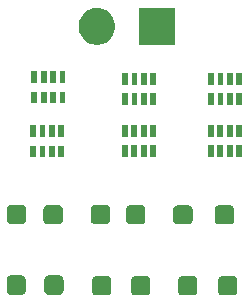
<source format=gbr>
G04 #@! TF.GenerationSoftware,KiCad,Pcbnew,(5.1.4)-1*
G04 #@! TF.CreationDate,2020-01-03T19:08:14-08:00*
G04 #@! TF.ProjectId,Led_tests,4c65645f-7465-4737-9473-2e6b69636164,rev?*
G04 #@! TF.SameCoordinates,Original*
G04 #@! TF.FileFunction,Soldermask,Bot*
G04 #@! TF.FilePolarity,Negative*
%FSLAX46Y46*%
G04 Gerber Fmt 4.6, Leading zero omitted, Abs format (unit mm)*
G04 Created by KiCad (PCBNEW (5.1.4)-1) date 2020-01-03 19:08:14*
%MOMM*%
%LPD*%
G04 APERTURE LIST*
%ADD10C,0.100000*%
G04 APERTURE END LIST*
D10*
G36*
X38180793Y-36710003D02*
G01*
X38245211Y-36729544D01*
X38304581Y-36761278D01*
X38356617Y-36803983D01*
X38399322Y-36856019D01*
X38431056Y-36915389D01*
X38450597Y-36979807D01*
X38457800Y-37052940D01*
X38457800Y-37978660D01*
X38450597Y-38051793D01*
X38431056Y-38116211D01*
X38399322Y-38175581D01*
X38356617Y-38227617D01*
X38304581Y-38270322D01*
X38245211Y-38302056D01*
X38180793Y-38321597D01*
X38107660Y-38328800D01*
X37181940Y-38328800D01*
X37108807Y-38321597D01*
X37044389Y-38302056D01*
X36985019Y-38270322D01*
X36932983Y-38227617D01*
X36890278Y-38175581D01*
X36858544Y-38116211D01*
X36839003Y-38051793D01*
X36831800Y-37978660D01*
X36831800Y-37052940D01*
X36839003Y-36979807D01*
X36858544Y-36915389D01*
X36890278Y-36856019D01*
X36932983Y-36803983D01*
X36985019Y-36761278D01*
X37044389Y-36729544D01*
X37108807Y-36710003D01*
X37181940Y-36702800D01*
X38107660Y-36702800D01*
X38180793Y-36710003D01*
X38180793Y-36710003D01*
G37*
G36*
X41480793Y-36710003D02*
G01*
X41545211Y-36729544D01*
X41604581Y-36761278D01*
X41656617Y-36803983D01*
X41699322Y-36856019D01*
X41731056Y-36915389D01*
X41750597Y-36979807D01*
X41757800Y-37052940D01*
X41757800Y-37978660D01*
X41750597Y-38051793D01*
X41731056Y-38116211D01*
X41699322Y-38175581D01*
X41656617Y-38227617D01*
X41604581Y-38270322D01*
X41545211Y-38302056D01*
X41480793Y-38321597D01*
X41407660Y-38328800D01*
X40481940Y-38328800D01*
X40408807Y-38321597D01*
X40344389Y-38302056D01*
X40285019Y-38270322D01*
X40232983Y-38227617D01*
X40190278Y-38175581D01*
X40158544Y-38116211D01*
X40139003Y-38051793D01*
X40131800Y-37978660D01*
X40131800Y-37052940D01*
X40139003Y-36979807D01*
X40158544Y-36915389D01*
X40190278Y-36856019D01*
X40232983Y-36803983D01*
X40285019Y-36761278D01*
X40344389Y-36729544D01*
X40408807Y-36710003D01*
X40481940Y-36702800D01*
X41407660Y-36702800D01*
X41480793Y-36710003D01*
X41480793Y-36710003D01*
G37*
G36*
X45468593Y-36710003D02*
G01*
X45533011Y-36729544D01*
X45592381Y-36761278D01*
X45644417Y-36803983D01*
X45687122Y-36856019D01*
X45718856Y-36915389D01*
X45738397Y-36979807D01*
X45745600Y-37052940D01*
X45745600Y-37978660D01*
X45738397Y-38051793D01*
X45718856Y-38116211D01*
X45687122Y-38175581D01*
X45644417Y-38227617D01*
X45592381Y-38270322D01*
X45533011Y-38302056D01*
X45468593Y-38321597D01*
X45395460Y-38328800D01*
X44469740Y-38328800D01*
X44396607Y-38321597D01*
X44332189Y-38302056D01*
X44272819Y-38270322D01*
X44220783Y-38227617D01*
X44178078Y-38175581D01*
X44146344Y-38116211D01*
X44126803Y-38051793D01*
X44119600Y-37978660D01*
X44119600Y-37052940D01*
X44126803Y-36979807D01*
X44146344Y-36915389D01*
X44178078Y-36856019D01*
X44220783Y-36803983D01*
X44272819Y-36761278D01*
X44332189Y-36729544D01*
X44396607Y-36710003D01*
X44469740Y-36702800D01*
X45395460Y-36702800D01*
X45468593Y-36710003D01*
X45468593Y-36710003D01*
G37*
G36*
X48868593Y-36710003D02*
G01*
X48933011Y-36729544D01*
X48992381Y-36761278D01*
X49044417Y-36803983D01*
X49087122Y-36856019D01*
X49118856Y-36915389D01*
X49138397Y-36979807D01*
X49145600Y-37052940D01*
X49145600Y-37978660D01*
X49138397Y-38051793D01*
X49118856Y-38116211D01*
X49087122Y-38175581D01*
X49044417Y-38227617D01*
X48992381Y-38270322D01*
X48933011Y-38302056D01*
X48868593Y-38321597D01*
X48795460Y-38328800D01*
X47869740Y-38328800D01*
X47796607Y-38321597D01*
X47732189Y-38302056D01*
X47672819Y-38270322D01*
X47620783Y-38227617D01*
X47578078Y-38175581D01*
X47546344Y-38116211D01*
X47526803Y-38051793D01*
X47519600Y-37978660D01*
X47519600Y-37052940D01*
X47526803Y-36979807D01*
X47546344Y-36915389D01*
X47578078Y-36856019D01*
X47620783Y-36803983D01*
X47672819Y-36761278D01*
X47732189Y-36729544D01*
X47796607Y-36710003D01*
X47869740Y-36702800D01*
X48795460Y-36702800D01*
X48868593Y-36710003D01*
X48868593Y-36710003D01*
G37*
G36*
X30939793Y-36659203D02*
G01*
X31004211Y-36678744D01*
X31063581Y-36710478D01*
X31115617Y-36753183D01*
X31158322Y-36805219D01*
X31190056Y-36864589D01*
X31209597Y-36929007D01*
X31216800Y-37002140D01*
X31216800Y-37927860D01*
X31209597Y-38000993D01*
X31190056Y-38065411D01*
X31158322Y-38124781D01*
X31115617Y-38176817D01*
X31063581Y-38219522D01*
X31004211Y-38251256D01*
X30939793Y-38270797D01*
X30866660Y-38278000D01*
X29940940Y-38278000D01*
X29867807Y-38270797D01*
X29803389Y-38251256D01*
X29744019Y-38219522D01*
X29691983Y-38176817D01*
X29649278Y-38124781D01*
X29617544Y-38065411D01*
X29598003Y-38000993D01*
X29590800Y-37927860D01*
X29590800Y-37002140D01*
X29598003Y-36929007D01*
X29617544Y-36864589D01*
X29649278Y-36805219D01*
X29691983Y-36753183D01*
X29744019Y-36710478D01*
X29803389Y-36678744D01*
X29867807Y-36659203D01*
X29940940Y-36652000D01*
X30866660Y-36652000D01*
X30939793Y-36659203D01*
X30939793Y-36659203D01*
G37*
G36*
X34139793Y-36659203D02*
G01*
X34204211Y-36678744D01*
X34263581Y-36710478D01*
X34315617Y-36753183D01*
X34358322Y-36805219D01*
X34390056Y-36864589D01*
X34409597Y-36929007D01*
X34416800Y-37002140D01*
X34416800Y-37927860D01*
X34409597Y-38000993D01*
X34390056Y-38065411D01*
X34358322Y-38124781D01*
X34315617Y-38176817D01*
X34263581Y-38219522D01*
X34204211Y-38251256D01*
X34139793Y-38270797D01*
X34066660Y-38278000D01*
X33140940Y-38278000D01*
X33067807Y-38270797D01*
X33003389Y-38251256D01*
X32944019Y-38219522D01*
X32891983Y-38176817D01*
X32849278Y-38124781D01*
X32817544Y-38065411D01*
X32798003Y-38000993D01*
X32790800Y-37927860D01*
X32790800Y-37002140D01*
X32798003Y-36929007D01*
X32817544Y-36864589D01*
X32849278Y-36805219D01*
X32891983Y-36753183D01*
X32944019Y-36710478D01*
X33003389Y-36678744D01*
X33067807Y-36659203D01*
X33140940Y-36652000D01*
X34066660Y-36652000D01*
X34139793Y-36659203D01*
X34139793Y-36659203D01*
G37*
G36*
X48562193Y-30715603D02*
G01*
X48626611Y-30735144D01*
X48685981Y-30766878D01*
X48738017Y-30809583D01*
X48780722Y-30861619D01*
X48812456Y-30920989D01*
X48831997Y-30985407D01*
X48839200Y-31058540D01*
X48839200Y-31984260D01*
X48831997Y-32057393D01*
X48812456Y-32121811D01*
X48780722Y-32181181D01*
X48738017Y-32233217D01*
X48685981Y-32275922D01*
X48626611Y-32307656D01*
X48562193Y-32327197D01*
X48489060Y-32334400D01*
X47563340Y-32334400D01*
X47490207Y-32327197D01*
X47425789Y-32307656D01*
X47366419Y-32275922D01*
X47314383Y-32233217D01*
X47271678Y-32181181D01*
X47239944Y-32121811D01*
X47220403Y-32057393D01*
X47213200Y-31984260D01*
X47213200Y-31058540D01*
X47220403Y-30985407D01*
X47239944Y-30920989D01*
X47271678Y-30861619D01*
X47314383Y-30809583D01*
X47366419Y-30766878D01*
X47425789Y-30735144D01*
X47490207Y-30715603D01*
X47563340Y-30708400D01*
X48489060Y-30708400D01*
X48562193Y-30715603D01*
X48562193Y-30715603D01*
G37*
G36*
X45062193Y-30715603D02*
G01*
X45126611Y-30735144D01*
X45185981Y-30766878D01*
X45238017Y-30809583D01*
X45280722Y-30861619D01*
X45312456Y-30920989D01*
X45331997Y-30985407D01*
X45339200Y-31058540D01*
X45339200Y-31984260D01*
X45331997Y-32057393D01*
X45312456Y-32121811D01*
X45280722Y-32181181D01*
X45238017Y-32233217D01*
X45185981Y-32275922D01*
X45126611Y-32307656D01*
X45062193Y-32327197D01*
X44989060Y-32334400D01*
X44063340Y-32334400D01*
X43990207Y-32327197D01*
X43925789Y-32307656D01*
X43866419Y-32275922D01*
X43814383Y-32233217D01*
X43771678Y-32181181D01*
X43739944Y-32121811D01*
X43720403Y-32057393D01*
X43713200Y-31984260D01*
X43713200Y-31058540D01*
X43720403Y-30985407D01*
X43739944Y-30920989D01*
X43771678Y-30861619D01*
X43814383Y-30809583D01*
X43866419Y-30766878D01*
X43925789Y-30735144D01*
X43990207Y-30715603D01*
X44063340Y-30708400D01*
X44989060Y-30708400D01*
X45062193Y-30715603D01*
X45062193Y-30715603D01*
G37*
G36*
X38075793Y-30690203D02*
G01*
X38140211Y-30709744D01*
X38199581Y-30741478D01*
X38251617Y-30784183D01*
X38294322Y-30836219D01*
X38326056Y-30895589D01*
X38345597Y-30960007D01*
X38352800Y-31033140D01*
X38352800Y-31958860D01*
X38345597Y-32031993D01*
X38326056Y-32096411D01*
X38294322Y-32155781D01*
X38251617Y-32207817D01*
X38199581Y-32250522D01*
X38140211Y-32282256D01*
X38075793Y-32301797D01*
X38002660Y-32309000D01*
X37076940Y-32309000D01*
X37003807Y-32301797D01*
X36939389Y-32282256D01*
X36880019Y-32250522D01*
X36827983Y-32207817D01*
X36785278Y-32155781D01*
X36753544Y-32096411D01*
X36734003Y-32031993D01*
X36726800Y-31958860D01*
X36726800Y-31033140D01*
X36734003Y-30960007D01*
X36753544Y-30895589D01*
X36785278Y-30836219D01*
X36827983Y-30784183D01*
X36880019Y-30741478D01*
X36939389Y-30709744D01*
X37003807Y-30690203D01*
X37076940Y-30683000D01*
X38002660Y-30683000D01*
X38075793Y-30690203D01*
X38075793Y-30690203D01*
G37*
G36*
X34065193Y-30690203D02*
G01*
X34129611Y-30709744D01*
X34188981Y-30741478D01*
X34241017Y-30784183D01*
X34283722Y-30836219D01*
X34315456Y-30895589D01*
X34334997Y-30960007D01*
X34342200Y-31033140D01*
X34342200Y-31958860D01*
X34334997Y-32031993D01*
X34315456Y-32096411D01*
X34283722Y-32155781D01*
X34241017Y-32207817D01*
X34188981Y-32250522D01*
X34129611Y-32282256D01*
X34065193Y-32301797D01*
X33992060Y-32309000D01*
X33066340Y-32309000D01*
X32993207Y-32301797D01*
X32928789Y-32282256D01*
X32869419Y-32250522D01*
X32817383Y-32207817D01*
X32774678Y-32155781D01*
X32742944Y-32096411D01*
X32723403Y-32031993D01*
X32716200Y-31958860D01*
X32716200Y-31033140D01*
X32723403Y-30960007D01*
X32742944Y-30895589D01*
X32774678Y-30836219D01*
X32817383Y-30784183D01*
X32869419Y-30741478D01*
X32928789Y-30709744D01*
X32993207Y-30690203D01*
X33066340Y-30683000D01*
X33992060Y-30683000D01*
X34065193Y-30690203D01*
X34065193Y-30690203D01*
G37*
G36*
X30965193Y-30690203D02*
G01*
X31029611Y-30709744D01*
X31088981Y-30741478D01*
X31141017Y-30784183D01*
X31183722Y-30836219D01*
X31215456Y-30895589D01*
X31234997Y-30960007D01*
X31242200Y-31033140D01*
X31242200Y-31958860D01*
X31234997Y-32031993D01*
X31215456Y-32096411D01*
X31183722Y-32155781D01*
X31141017Y-32207817D01*
X31088981Y-32250522D01*
X31029611Y-32282256D01*
X30965193Y-32301797D01*
X30892060Y-32309000D01*
X29966340Y-32309000D01*
X29893207Y-32301797D01*
X29828789Y-32282256D01*
X29769419Y-32250522D01*
X29717383Y-32207817D01*
X29674678Y-32155781D01*
X29642944Y-32096411D01*
X29623403Y-32031993D01*
X29616200Y-31958860D01*
X29616200Y-31033140D01*
X29623403Y-30960007D01*
X29642944Y-30895589D01*
X29674678Y-30836219D01*
X29717383Y-30784183D01*
X29769419Y-30741478D01*
X29828789Y-30709744D01*
X29893207Y-30690203D01*
X29966340Y-30683000D01*
X30892060Y-30683000D01*
X30965193Y-30690203D01*
X30965193Y-30690203D01*
G37*
G36*
X41075793Y-30690203D02*
G01*
X41140211Y-30709744D01*
X41199581Y-30741478D01*
X41251617Y-30784183D01*
X41294322Y-30836219D01*
X41326056Y-30895589D01*
X41345597Y-30960007D01*
X41352800Y-31033140D01*
X41352800Y-31958860D01*
X41345597Y-32031993D01*
X41326056Y-32096411D01*
X41294322Y-32155781D01*
X41251617Y-32207817D01*
X41199581Y-32250522D01*
X41140211Y-32282256D01*
X41075793Y-32301797D01*
X41002660Y-32309000D01*
X40076940Y-32309000D01*
X40003807Y-32301797D01*
X39939389Y-32282256D01*
X39880019Y-32250522D01*
X39827983Y-32207817D01*
X39785278Y-32155781D01*
X39753544Y-32096411D01*
X39734003Y-32031993D01*
X39726800Y-31958860D01*
X39726800Y-31033140D01*
X39734003Y-30960007D01*
X39753544Y-30895589D01*
X39785278Y-30836219D01*
X39827983Y-30784183D01*
X39880019Y-30741478D01*
X39939389Y-30709744D01*
X40003807Y-30690203D01*
X40076940Y-30683000D01*
X41002660Y-30683000D01*
X41075793Y-30690203D01*
X41075793Y-30690203D01*
G37*
G36*
X34490000Y-26663000D02*
G01*
X33988000Y-26663000D01*
X33988000Y-25661000D01*
X34490000Y-25661000D01*
X34490000Y-26663000D01*
X34490000Y-26663000D01*
G37*
G36*
X33690000Y-26663000D02*
G01*
X33188000Y-26663000D01*
X33188000Y-25661000D01*
X33690000Y-25661000D01*
X33690000Y-26663000D01*
X33690000Y-26663000D01*
G37*
G36*
X32890000Y-26663000D02*
G01*
X32388000Y-26663000D01*
X32388000Y-25661000D01*
X32890000Y-25661000D01*
X32890000Y-26663000D01*
X32890000Y-26663000D01*
G37*
G36*
X32090000Y-26663000D02*
G01*
X31588000Y-26663000D01*
X31588000Y-25661000D01*
X32090000Y-25661000D01*
X32090000Y-26663000D01*
X32090000Y-26663000D01*
G37*
G36*
X47152400Y-26635800D02*
G01*
X46650400Y-26635800D01*
X46650400Y-25633800D01*
X47152400Y-25633800D01*
X47152400Y-26635800D01*
X47152400Y-26635800D01*
G37*
G36*
X47952400Y-26635800D02*
G01*
X47450400Y-26635800D01*
X47450400Y-25633800D01*
X47952400Y-25633800D01*
X47952400Y-26635800D01*
X47952400Y-26635800D01*
G37*
G36*
X48752400Y-26635800D02*
G01*
X48250400Y-26635800D01*
X48250400Y-25633800D01*
X48752400Y-25633800D01*
X48752400Y-26635800D01*
X48752400Y-26635800D01*
G37*
G36*
X49552400Y-26635800D02*
G01*
X49050400Y-26635800D01*
X49050400Y-25633800D01*
X49552400Y-25633800D01*
X49552400Y-26635800D01*
X49552400Y-26635800D01*
G37*
G36*
X39843400Y-26624000D02*
G01*
X39341400Y-26624000D01*
X39341400Y-25622000D01*
X39843400Y-25622000D01*
X39843400Y-26624000D01*
X39843400Y-26624000D01*
G37*
G36*
X42243400Y-26624000D02*
G01*
X41741400Y-26624000D01*
X41741400Y-25622000D01*
X42243400Y-25622000D01*
X42243400Y-26624000D01*
X42243400Y-26624000D01*
G37*
G36*
X40643400Y-26624000D02*
G01*
X40141400Y-26624000D01*
X40141400Y-25622000D01*
X40643400Y-25622000D01*
X40643400Y-26624000D01*
X40643400Y-26624000D01*
G37*
G36*
X41443400Y-26624000D02*
G01*
X40941400Y-26624000D01*
X40941400Y-25622000D01*
X41443400Y-25622000D01*
X41443400Y-26624000D01*
X41443400Y-26624000D01*
G37*
G36*
X32890000Y-24963000D02*
G01*
X32388000Y-24963000D01*
X32388000Y-23961000D01*
X32890000Y-23961000D01*
X32890000Y-24963000D01*
X32890000Y-24963000D01*
G37*
G36*
X33690000Y-24963000D02*
G01*
X33188000Y-24963000D01*
X33188000Y-23961000D01*
X33690000Y-23961000D01*
X33690000Y-24963000D01*
X33690000Y-24963000D01*
G37*
G36*
X34490000Y-24963000D02*
G01*
X33988000Y-24963000D01*
X33988000Y-23961000D01*
X34490000Y-23961000D01*
X34490000Y-24963000D01*
X34490000Y-24963000D01*
G37*
G36*
X32090000Y-24963000D02*
G01*
X31588000Y-24963000D01*
X31588000Y-23961000D01*
X32090000Y-23961000D01*
X32090000Y-24963000D01*
X32090000Y-24963000D01*
G37*
G36*
X47152400Y-24935800D02*
G01*
X46650400Y-24935800D01*
X46650400Y-23933800D01*
X47152400Y-23933800D01*
X47152400Y-24935800D01*
X47152400Y-24935800D01*
G37*
G36*
X47952400Y-24935800D02*
G01*
X47450400Y-24935800D01*
X47450400Y-23933800D01*
X47952400Y-23933800D01*
X47952400Y-24935800D01*
X47952400Y-24935800D01*
G37*
G36*
X49552400Y-24935800D02*
G01*
X49050400Y-24935800D01*
X49050400Y-23933800D01*
X49552400Y-23933800D01*
X49552400Y-24935800D01*
X49552400Y-24935800D01*
G37*
G36*
X48752400Y-24935800D02*
G01*
X48250400Y-24935800D01*
X48250400Y-23933800D01*
X48752400Y-23933800D01*
X48752400Y-24935800D01*
X48752400Y-24935800D01*
G37*
G36*
X40643400Y-24924000D02*
G01*
X40141400Y-24924000D01*
X40141400Y-23922000D01*
X40643400Y-23922000D01*
X40643400Y-24924000D01*
X40643400Y-24924000D01*
G37*
G36*
X41443400Y-24924000D02*
G01*
X40941400Y-24924000D01*
X40941400Y-23922000D01*
X41443400Y-23922000D01*
X41443400Y-24924000D01*
X41443400Y-24924000D01*
G37*
G36*
X39843400Y-24924000D02*
G01*
X39341400Y-24924000D01*
X39341400Y-23922000D01*
X39843400Y-23922000D01*
X39843400Y-24924000D01*
X39843400Y-24924000D01*
G37*
G36*
X42243400Y-24924000D02*
G01*
X41741400Y-24924000D01*
X41741400Y-23922000D01*
X42243400Y-23922000D01*
X42243400Y-24924000D01*
X42243400Y-24924000D01*
G37*
G36*
X48758600Y-22229800D02*
G01*
X48256600Y-22229800D01*
X48256600Y-21227800D01*
X48758600Y-21227800D01*
X48758600Y-22229800D01*
X48758600Y-22229800D01*
G37*
G36*
X47958600Y-22229800D02*
G01*
X47456600Y-22229800D01*
X47456600Y-21227800D01*
X47958600Y-21227800D01*
X47958600Y-22229800D01*
X47958600Y-22229800D01*
G37*
G36*
X49558600Y-22229800D02*
G01*
X49056600Y-22229800D01*
X49056600Y-21227800D01*
X49558600Y-21227800D01*
X49558600Y-22229800D01*
X49558600Y-22229800D01*
G37*
G36*
X47158600Y-22229800D02*
G01*
X46656600Y-22229800D01*
X46656600Y-21227800D01*
X47158600Y-21227800D01*
X47158600Y-22229800D01*
X47158600Y-22229800D01*
G37*
G36*
X42275000Y-22192600D02*
G01*
X41773000Y-22192600D01*
X41773000Y-21190600D01*
X42275000Y-21190600D01*
X42275000Y-22192600D01*
X42275000Y-22192600D01*
G37*
G36*
X39875000Y-22192600D02*
G01*
X39373000Y-22192600D01*
X39373000Y-21190600D01*
X39875000Y-21190600D01*
X39875000Y-22192600D01*
X39875000Y-22192600D01*
G37*
G36*
X40675000Y-22192600D02*
G01*
X40173000Y-22192600D01*
X40173000Y-21190600D01*
X40675000Y-21190600D01*
X40675000Y-22192600D01*
X40675000Y-22192600D01*
G37*
G36*
X41475000Y-22192600D02*
G01*
X40973000Y-22192600D01*
X40973000Y-21190600D01*
X41475000Y-21190600D01*
X41475000Y-22192600D01*
X41475000Y-22192600D01*
G37*
G36*
X34578800Y-22091000D02*
G01*
X34076800Y-22091000D01*
X34076800Y-21089000D01*
X34578800Y-21089000D01*
X34578800Y-22091000D01*
X34578800Y-22091000D01*
G37*
G36*
X32178800Y-22091000D02*
G01*
X31676800Y-22091000D01*
X31676800Y-21089000D01*
X32178800Y-21089000D01*
X32178800Y-22091000D01*
X32178800Y-22091000D01*
G37*
G36*
X33778800Y-22091000D02*
G01*
X33276800Y-22091000D01*
X33276800Y-21089000D01*
X33778800Y-21089000D01*
X33778800Y-22091000D01*
X33778800Y-22091000D01*
G37*
G36*
X32978800Y-22091000D02*
G01*
X32476800Y-22091000D01*
X32476800Y-21089000D01*
X32978800Y-21089000D01*
X32978800Y-22091000D01*
X32978800Y-22091000D01*
G37*
G36*
X49558600Y-20529800D02*
G01*
X49056600Y-20529800D01*
X49056600Y-19527800D01*
X49558600Y-19527800D01*
X49558600Y-20529800D01*
X49558600Y-20529800D01*
G37*
G36*
X47158600Y-20529800D02*
G01*
X46656600Y-20529800D01*
X46656600Y-19527800D01*
X47158600Y-19527800D01*
X47158600Y-20529800D01*
X47158600Y-20529800D01*
G37*
G36*
X47958600Y-20529800D02*
G01*
X47456600Y-20529800D01*
X47456600Y-19527800D01*
X47958600Y-19527800D01*
X47958600Y-20529800D01*
X47958600Y-20529800D01*
G37*
G36*
X48758600Y-20529800D02*
G01*
X48256600Y-20529800D01*
X48256600Y-19527800D01*
X48758600Y-19527800D01*
X48758600Y-20529800D01*
X48758600Y-20529800D01*
G37*
G36*
X42275000Y-20492600D02*
G01*
X41773000Y-20492600D01*
X41773000Y-19490600D01*
X42275000Y-19490600D01*
X42275000Y-20492600D01*
X42275000Y-20492600D01*
G37*
G36*
X41475000Y-20492600D02*
G01*
X40973000Y-20492600D01*
X40973000Y-19490600D01*
X41475000Y-19490600D01*
X41475000Y-20492600D01*
X41475000Y-20492600D01*
G37*
G36*
X40675000Y-20492600D02*
G01*
X40173000Y-20492600D01*
X40173000Y-19490600D01*
X40675000Y-19490600D01*
X40675000Y-20492600D01*
X40675000Y-20492600D01*
G37*
G36*
X39875000Y-20492600D02*
G01*
X39373000Y-20492600D01*
X39373000Y-19490600D01*
X39875000Y-19490600D01*
X39875000Y-20492600D01*
X39875000Y-20492600D01*
G37*
G36*
X34578800Y-20391000D02*
G01*
X34076800Y-20391000D01*
X34076800Y-19389000D01*
X34578800Y-19389000D01*
X34578800Y-20391000D01*
X34578800Y-20391000D01*
G37*
G36*
X33778800Y-20391000D02*
G01*
X33276800Y-20391000D01*
X33276800Y-19389000D01*
X33778800Y-19389000D01*
X33778800Y-20391000D01*
X33778800Y-20391000D01*
G37*
G36*
X32978800Y-20391000D02*
G01*
X32476800Y-20391000D01*
X32476800Y-19389000D01*
X32978800Y-19389000D01*
X32978800Y-20391000D01*
X32978800Y-20391000D01*
G37*
G36*
X32178800Y-20391000D02*
G01*
X31676800Y-20391000D01*
X31676800Y-19389000D01*
X32178800Y-19389000D01*
X32178800Y-20391000D01*
X32178800Y-20391000D01*
G37*
G36*
X43867400Y-17121200D02*
G01*
X40765400Y-17121200D01*
X40765400Y-14019200D01*
X43867400Y-14019200D01*
X43867400Y-17121200D01*
X43867400Y-17121200D01*
G37*
G36*
X37538985Y-14049002D02*
G01*
X37688810Y-14078804D01*
X37971074Y-14195721D01*
X38225105Y-14365459D01*
X38441141Y-14581495D01*
X38610879Y-14835526D01*
X38727796Y-15117790D01*
X38787400Y-15417440D01*
X38787400Y-15722960D01*
X38727796Y-16022610D01*
X38610879Y-16304874D01*
X38441141Y-16558905D01*
X38225105Y-16774941D01*
X37971074Y-16944679D01*
X37688810Y-17061596D01*
X37538985Y-17091398D01*
X37389161Y-17121200D01*
X37083639Y-17121200D01*
X36933815Y-17091398D01*
X36783990Y-17061596D01*
X36501726Y-16944679D01*
X36247695Y-16774941D01*
X36031659Y-16558905D01*
X35861921Y-16304874D01*
X35745004Y-16022610D01*
X35685400Y-15722960D01*
X35685400Y-15417440D01*
X35745004Y-15117790D01*
X35861921Y-14835526D01*
X36031659Y-14581495D01*
X36247695Y-14365459D01*
X36501726Y-14195721D01*
X36783990Y-14078804D01*
X36933815Y-14049002D01*
X37083639Y-14019200D01*
X37389161Y-14019200D01*
X37538985Y-14049002D01*
X37538985Y-14049002D01*
G37*
M02*

</source>
